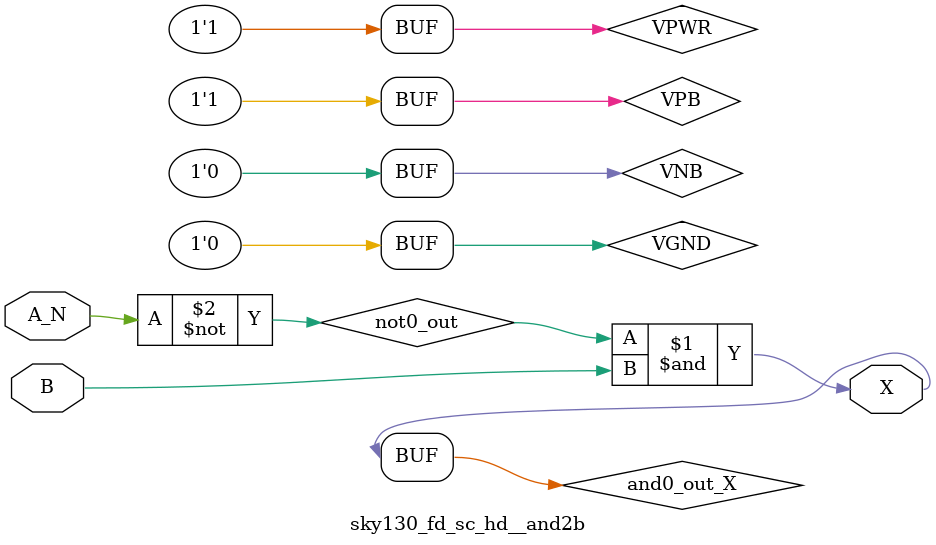
<source format=v>
/*
 * Copyright 2020 The SkyWater PDK Authors
 *
 * Licensed under the Apache License, Version 2.0 (the "License");
 * you may not use this file except in compliance with the License.
 * You may obtain a copy of the License at
 *
 *     https://www.apache.org/licenses/LICENSE-2.0
 *
 * Unless required by applicable law or agreed to in writing, software
 * distributed under the License is distributed on an "AS IS" BASIS,
 * WITHOUT WARRANTIES OR CONDITIONS OF ANY KIND, either express or implied.
 * See the License for the specific language governing permissions and
 * limitations under the License.
 *
 * SPDX-License-Identifier: Apache-2.0
*/


`ifndef SKY130_FD_SC_HD__AND2B_BEHAVIORAL_V
`define SKY130_FD_SC_HD__AND2B_BEHAVIORAL_V

/**
 * and2b: 2-input AND, first input inverted.
 *
 * Verilog simulation functional model.
 */

`timescale 1ns / 1ps
`default_nettype none

`celldefine
module sky130_fd_sc_hd__and2b (
    X  ,
    A_N,
    B
);

    // Module ports
    output X  ;
    input  A_N;
    input  B  ;

    // Module supplies
    supply1 VPWR;
    supply0 VGND;
    supply1 VPB ;
    supply0 VNB ;

    // Local signals
    wire not0_out  ;
    wire and0_out_X;

    //  Name  Output      Other arguments
    not not0 (not0_out  , A_N            );
    and and0 (and0_out_X, not0_out, B    );
    buf buf0 (X         , and0_out_X     );

endmodule
`endcelldefine

`default_nettype wire
`endif  // SKY130_FD_SC_HD__AND2B_BEHAVIORAL_V
</source>
